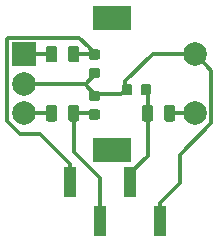
<source format=gbr>
G04 #@! TF.GenerationSoftware,KiCad,Pcbnew,5.1.5+dfsg1-2~bpo10+1*
G04 #@! TF.CreationDate,2020-06-01T13:22:48+02:00*
G04 #@! TF.ProjectId,Rotary-Encoder-Breakout,526f7461-7279-42d4-956e-636f6465722d,rev?*
G04 #@! TF.SameCoordinates,Original*
G04 #@! TF.FileFunction,Copper,L2,Bot*
G04 #@! TF.FilePolarity,Positive*
%FSLAX46Y46*%
G04 Gerber Fmt 4.6, Leading zero omitted, Abs format (unit mm)*
G04 Created by KiCad (PCBNEW 5.1.5+dfsg1-2~bpo10+1) date 2020-06-01 13:22:48*
%MOMM*%
%LPD*%
G04 APERTURE LIST*
%ADD10C,0.100000*%
%ADD11R,2.000000X2.000000*%
%ADD12C,2.000000*%
%ADD13R,3.200000X2.000000*%
%ADD14R,1.000000X2.510000*%
%ADD15C,0.300000*%
G04 APERTURE END LIST*
G04 #@! TA.AperFunction,SMDPad,CuDef*
D10*
G36*
X137277691Y-109588553D02*
G01*
X137298926Y-109591703D01*
X137319750Y-109596919D01*
X137339962Y-109604151D01*
X137359368Y-109613330D01*
X137377781Y-109624366D01*
X137395024Y-109637154D01*
X137410930Y-109651570D01*
X137425346Y-109667476D01*
X137438134Y-109684719D01*
X137449170Y-109703132D01*
X137458349Y-109722538D01*
X137465581Y-109742750D01*
X137470797Y-109763574D01*
X137473947Y-109784809D01*
X137475000Y-109806250D01*
X137475000Y-110243750D01*
X137473947Y-110265191D01*
X137470797Y-110286426D01*
X137465581Y-110307250D01*
X137458349Y-110327462D01*
X137449170Y-110346868D01*
X137438134Y-110365281D01*
X137425346Y-110382524D01*
X137410930Y-110398430D01*
X137395024Y-110412846D01*
X137377781Y-110425634D01*
X137359368Y-110436670D01*
X137339962Y-110445849D01*
X137319750Y-110453081D01*
X137298926Y-110458297D01*
X137277691Y-110461447D01*
X137256250Y-110462500D01*
X136743750Y-110462500D01*
X136722309Y-110461447D01*
X136701074Y-110458297D01*
X136680250Y-110453081D01*
X136660038Y-110445849D01*
X136640632Y-110436670D01*
X136622219Y-110425634D01*
X136604976Y-110412846D01*
X136589070Y-110398430D01*
X136574654Y-110382524D01*
X136561866Y-110365281D01*
X136550830Y-110346868D01*
X136541651Y-110327462D01*
X136534419Y-110307250D01*
X136529203Y-110286426D01*
X136526053Y-110265191D01*
X136525000Y-110243750D01*
X136525000Y-109806250D01*
X136526053Y-109784809D01*
X136529203Y-109763574D01*
X136534419Y-109742750D01*
X136541651Y-109722538D01*
X136550830Y-109703132D01*
X136561866Y-109684719D01*
X136574654Y-109667476D01*
X136589070Y-109651570D01*
X136604976Y-109637154D01*
X136622219Y-109624366D01*
X136640632Y-109613330D01*
X136660038Y-109604151D01*
X136680250Y-109596919D01*
X136701074Y-109591703D01*
X136722309Y-109588553D01*
X136743750Y-109587500D01*
X137256250Y-109587500D01*
X137277691Y-109588553D01*
G37*
G04 #@! TD.AperFunction*
G04 #@! TA.AperFunction,SMDPad,CuDef*
G36*
X137277691Y-111163553D02*
G01*
X137298926Y-111166703D01*
X137319750Y-111171919D01*
X137339962Y-111179151D01*
X137359368Y-111188330D01*
X137377781Y-111199366D01*
X137395024Y-111212154D01*
X137410930Y-111226570D01*
X137425346Y-111242476D01*
X137438134Y-111259719D01*
X137449170Y-111278132D01*
X137458349Y-111297538D01*
X137465581Y-111317750D01*
X137470797Y-111338574D01*
X137473947Y-111359809D01*
X137475000Y-111381250D01*
X137475000Y-111818750D01*
X137473947Y-111840191D01*
X137470797Y-111861426D01*
X137465581Y-111882250D01*
X137458349Y-111902462D01*
X137449170Y-111921868D01*
X137438134Y-111940281D01*
X137425346Y-111957524D01*
X137410930Y-111973430D01*
X137395024Y-111987846D01*
X137377781Y-112000634D01*
X137359368Y-112011670D01*
X137339962Y-112020849D01*
X137319750Y-112028081D01*
X137298926Y-112033297D01*
X137277691Y-112036447D01*
X137256250Y-112037500D01*
X136743750Y-112037500D01*
X136722309Y-112036447D01*
X136701074Y-112033297D01*
X136680250Y-112028081D01*
X136660038Y-112020849D01*
X136640632Y-112011670D01*
X136622219Y-112000634D01*
X136604976Y-111987846D01*
X136589070Y-111973430D01*
X136574654Y-111957524D01*
X136561866Y-111940281D01*
X136550830Y-111921868D01*
X136541651Y-111902462D01*
X136534419Y-111882250D01*
X136529203Y-111861426D01*
X136526053Y-111840191D01*
X136525000Y-111818750D01*
X136525000Y-111381250D01*
X136526053Y-111359809D01*
X136529203Y-111338574D01*
X136534419Y-111317750D01*
X136541651Y-111297538D01*
X136550830Y-111278132D01*
X136561866Y-111259719D01*
X136574654Y-111242476D01*
X136589070Y-111226570D01*
X136604976Y-111212154D01*
X136622219Y-111199366D01*
X136640632Y-111188330D01*
X136660038Y-111179151D01*
X136680250Y-111171919D01*
X136701074Y-111166703D01*
X136722309Y-111163553D01*
X136743750Y-111162500D01*
X137256250Y-111162500D01*
X137277691Y-111163553D01*
G37*
G04 #@! TD.AperFunction*
G04 #@! TA.AperFunction,SMDPad,CuDef*
G36*
X137277691Y-107663553D02*
G01*
X137298926Y-107666703D01*
X137319750Y-107671919D01*
X137339962Y-107679151D01*
X137359368Y-107688330D01*
X137377781Y-107699366D01*
X137395024Y-107712154D01*
X137410930Y-107726570D01*
X137425346Y-107742476D01*
X137438134Y-107759719D01*
X137449170Y-107778132D01*
X137458349Y-107797538D01*
X137465581Y-107817750D01*
X137470797Y-107838574D01*
X137473947Y-107859809D01*
X137475000Y-107881250D01*
X137475000Y-108318750D01*
X137473947Y-108340191D01*
X137470797Y-108361426D01*
X137465581Y-108382250D01*
X137458349Y-108402462D01*
X137449170Y-108421868D01*
X137438134Y-108440281D01*
X137425346Y-108457524D01*
X137410930Y-108473430D01*
X137395024Y-108487846D01*
X137377781Y-108500634D01*
X137359368Y-108511670D01*
X137339962Y-108520849D01*
X137319750Y-108528081D01*
X137298926Y-108533297D01*
X137277691Y-108536447D01*
X137256250Y-108537500D01*
X136743750Y-108537500D01*
X136722309Y-108536447D01*
X136701074Y-108533297D01*
X136680250Y-108528081D01*
X136660038Y-108520849D01*
X136640632Y-108511670D01*
X136622219Y-108500634D01*
X136604976Y-108487846D01*
X136589070Y-108473430D01*
X136574654Y-108457524D01*
X136561866Y-108440281D01*
X136550830Y-108421868D01*
X136541651Y-108402462D01*
X136534419Y-108382250D01*
X136529203Y-108361426D01*
X136526053Y-108340191D01*
X136525000Y-108318750D01*
X136525000Y-107881250D01*
X136526053Y-107859809D01*
X136529203Y-107838574D01*
X136534419Y-107817750D01*
X136541651Y-107797538D01*
X136550830Y-107778132D01*
X136561866Y-107759719D01*
X136574654Y-107742476D01*
X136589070Y-107726570D01*
X136604976Y-107712154D01*
X136622219Y-107699366D01*
X136640632Y-107688330D01*
X136660038Y-107679151D01*
X136680250Y-107671919D01*
X136701074Y-107666703D01*
X136722309Y-107663553D01*
X136743750Y-107662500D01*
X137256250Y-107662500D01*
X137277691Y-107663553D01*
G37*
G04 #@! TD.AperFunction*
G04 #@! TA.AperFunction,SMDPad,CuDef*
G36*
X137277691Y-106088553D02*
G01*
X137298926Y-106091703D01*
X137319750Y-106096919D01*
X137339962Y-106104151D01*
X137359368Y-106113330D01*
X137377781Y-106124366D01*
X137395024Y-106137154D01*
X137410930Y-106151570D01*
X137425346Y-106167476D01*
X137438134Y-106184719D01*
X137449170Y-106203132D01*
X137458349Y-106222538D01*
X137465581Y-106242750D01*
X137470797Y-106263574D01*
X137473947Y-106284809D01*
X137475000Y-106306250D01*
X137475000Y-106743750D01*
X137473947Y-106765191D01*
X137470797Y-106786426D01*
X137465581Y-106807250D01*
X137458349Y-106827462D01*
X137449170Y-106846868D01*
X137438134Y-106865281D01*
X137425346Y-106882524D01*
X137410930Y-106898430D01*
X137395024Y-106912846D01*
X137377781Y-106925634D01*
X137359368Y-106936670D01*
X137339962Y-106945849D01*
X137319750Y-106953081D01*
X137298926Y-106958297D01*
X137277691Y-106961447D01*
X137256250Y-106962500D01*
X136743750Y-106962500D01*
X136722309Y-106961447D01*
X136701074Y-106958297D01*
X136680250Y-106953081D01*
X136660038Y-106945849D01*
X136640632Y-106936670D01*
X136622219Y-106925634D01*
X136604976Y-106912846D01*
X136589070Y-106898430D01*
X136574654Y-106882524D01*
X136561866Y-106865281D01*
X136550830Y-106846868D01*
X136541651Y-106827462D01*
X136534419Y-106807250D01*
X136529203Y-106786426D01*
X136526053Y-106765191D01*
X136525000Y-106743750D01*
X136525000Y-106306250D01*
X136526053Y-106284809D01*
X136529203Y-106263574D01*
X136534419Y-106242750D01*
X136541651Y-106222538D01*
X136550830Y-106203132D01*
X136561866Y-106184719D01*
X136574654Y-106167476D01*
X136589070Y-106151570D01*
X136604976Y-106137154D01*
X136622219Y-106124366D01*
X136640632Y-106113330D01*
X136660038Y-106104151D01*
X136680250Y-106096919D01*
X136701074Y-106091703D01*
X136722309Y-106088553D01*
X136743750Y-106087500D01*
X137256250Y-106087500D01*
X137277691Y-106088553D01*
G37*
G04 #@! TD.AperFunction*
G04 #@! TA.AperFunction,SMDPad,CuDef*
G36*
X140015191Y-109026053D02*
G01*
X140036426Y-109029203D01*
X140057250Y-109034419D01*
X140077462Y-109041651D01*
X140096868Y-109050830D01*
X140115281Y-109061866D01*
X140132524Y-109074654D01*
X140148430Y-109089070D01*
X140162846Y-109104976D01*
X140175634Y-109122219D01*
X140186670Y-109140632D01*
X140195849Y-109160038D01*
X140203081Y-109180250D01*
X140208297Y-109201074D01*
X140211447Y-109222309D01*
X140212500Y-109243750D01*
X140212500Y-109756250D01*
X140211447Y-109777691D01*
X140208297Y-109798926D01*
X140203081Y-109819750D01*
X140195849Y-109839962D01*
X140186670Y-109859368D01*
X140175634Y-109877781D01*
X140162846Y-109895024D01*
X140148430Y-109910930D01*
X140132524Y-109925346D01*
X140115281Y-109938134D01*
X140096868Y-109949170D01*
X140077462Y-109958349D01*
X140057250Y-109965581D01*
X140036426Y-109970797D01*
X140015191Y-109973947D01*
X139993750Y-109975000D01*
X139556250Y-109975000D01*
X139534809Y-109973947D01*
X139513574Y-109970797D01*
X139492750Y-109965581D01*
X139472538Y-109958349D01*
X139453132Y-109949170D01*
X139434719Y-109938134D01*
X139417476Y-109925346D01*
X139401570Y-109910930D01*
X139387154Y-109895024D01*
X139374366Y-109877781D01*
X139363330Y-109859368D01*
X139354151Y-109839962D01*
X139346919Y-109819750D01*
X139341703Y-109798926D01*
X139338553Y-109777691D01*
X139337500Y-109756250D01*
X139337500Y-109243750D01*
X139338553Y-109222309D01*
X139341703Y-109201074D01*
X139346919Y-109180250D01*
X139354151Y-109160038D01*
X139363330Y-109140632D01*
X139374366Y-109122219D01*
X139387154Y-109104976D01*
X139401570Y-109089070D01*
X139417476Y-109074654D01*
X139434719Y-109061866D01*
X139453132Y-109050830D01*
X139472538Y-109041651D01*
X139492750Y-109034419D01*
X139513574Y-109029203D01*
X139534809Y-109026053D01*
X139556250Y-109025000D01*
X139993750Y-109025000D01*
X140015191Y-109026053D01*
G37*
G04 #@! TD.AperFunction*
G04 #@! TA.AperFunction,SMDPad,CuDef*
G36*
X141590191Y-109026053D02*
G01*
X141611426Y-109029203D01*
X141632250Y-109034419D01*
X141652462Y-109041651D01*
X141671868Y-109050830D01*
X141690281Y-109061866D01*
X141707524Y-109074654D01*
X141723430Y-109089070D01*
X141737846Y-109104976D01*
X141750634Y-109122219D01*
X141761670Y-109140632D01*
X141770849Y-109160038D01*
X141778081Y-109180250D01*
X141783297Y-109201074D01*
X141786447Y-109222309D01*
X141787500Y-109243750D01*
X141787500Y-109756250D01*
X141786447Y-109777691D01*
X141783297Y-109798926D01*
X141778081Y-109819750D01*
X141770849Y-109839962D01*
X141761670Y-109859368D01*
X141750634Y-109877781D01*
X141737846Y-109895024D01*
X141723430Y-109910930D01*
X141707524Y-109925346D01*
X141690281Y-109938134D01*
X141671868Y-109949170D01*
X141652462Y-109958349D01*
X141632250Y-109965581D01*
X141611426Y-109970797D01*
X141590191Y-109973947D01*
X141568750Y-109975000D01*
X141131250Y-109975000D01*
X141109809Y-109973947D01*
X141088574Y-109970797D01*
X141067750Y-109965581D01*
X141047538Y-109958349D01*
X141028132Y-109949170D01*
X141009719Y-109938134D01*
X140992476Y-109925346D01*
X140976570Y-109910930D01*
X140962154Y-109895024D01*
X140949366Y-109877781D01*
X140938330Y-109859368D01*
X140929151Y-109839962D01*
X140921919Y-109819750D01*
X140916703Y-109798926D01*
X140913553Y-109777691D01*
X140912500Y-109756250D01*
X140912500Y-109243750D01*
X140913553Y-109222309D01*
X140916703Y-109201074D01*
X140921919Y-109180250D01*
X140929151Y-109160038D01*
X140938330Y-109140632D01*
X140949366Y-109122219D01*
X140962154Y-109104976D01*
X140976570Y-109089070D01*
X140992476Y-109074654D01*
X141009719Y-109061866D01*
X141028132Y-109050830D01*
X141047538Y-109041651D01*
X141067750Y-109034419D01*
X141088574Y-109029203D01*
X141109809Y-109026053D01*
X141131250Y-109025000D01*
X141568750Y-109025000D01*
X141590191Y-109026053D01*
G37*
G04 #@! TD.AperFunction*
G04 #@! TA.AperFunction,SMDPad,CuDef*
G36*
X135517642Y-110801174D02*
G01*
X135541303Y-110804684D01*
X135564507Y-110810496D01*
X135587029Y-110818554D01*
X135608653Y-110828782D01*
X135629170Y-110841079D01*
X135648383Y-110855329D01*
X135666107Y-110871393D01*
X135682171Y-110889117D01*
X135696421Y-110908330D01*
X135708718Y-110928847D01*
X135718946Y-110950471D01*
X135727004Y-110972993D01*
X135732816Y-110996197D01*
X135736326Y-111019858D01*
X135737500Y-111043750D01*
X135737500Y-111956250D01*
X135736326Y-111980142D01*
X135732816Y-112003803D01*
X135727004Y-112027007D01*
X135718946Y-112049529D01*
X135708718Y-112071153D01*
X135696421Y-112091670D01*
X135682171Y-112110883D01*
X135666107Y-112128607D01*
X135648383Y-112144671D01*
X135629170Y-112158921D01*
X135608653Y-112171218D01*
X135587029Y-112181446D01*
X135564507Y-112189504D01*
X135541303Y-112195316D01*
X135517642Y-112198826D01*
X135493750Y-112200000D01*
X135006250Y-112200000D01*
X134982358Y-112198826D01*
X134958697Y-112195316D01*
X134935493Y-112189504D01*
X134912971Y-112181446D01*
X134891347Y-112171218D01*
X134870830Y-112158921D01*
X134851617Y-112144671D01*
X134833893Y-112128607D01*
X134817829Y-112110883D01*
X134803579Y-112091670D01*
X134791282Y-112071153D01*
X134781054Y-112049529D01*
X134772996Y-112027007D01*
X134767184Y-112003803D01*
X134763674Y-111980142D01*
X134762500Y-111956250D01*
X134762500Y-111043750D01*
X134763674Y-111019858D01*
X134767184Y-110996197D01*
X134772996Y-110972993D01*
X134781054Y-110950471D01*
X134791282Y-110928847D01*
X134803579Y-110908330D01*
X134817829Y-110889117D01*
X134833893Y-110871393D01*
X134851617Y-110855329D01*
X134870830Y-110841079D01*
X134891347Y-110828782D01*
X134912971Y-110818554D01*
X134935493Y-110810496D01*
X134958697Y-110804684D01*
X134982358Y-110801174D01*
X135006250Y-110800000D01*
X135493750Y-110800000D01*
X135517642Y-110801174D01*
G37*
G04 #@! TD.AperFunction*
G04 #@! TA.AperFunction,SMDPad,CuDef*
G36*
X133642642Y-110801174D02*
G01*
X133666303Y-110804684D01*
X133689507Y-110810496D01*
X133712029Y-110818554D01*
X133733653Y-110828782D01*
X133754170Y-110841079D01*
X133773383Y-110855329D01*
X133791107Y-110871393D01*
X133807171Y-110889117D01*
X133821421Y-110908330D01*
X133833718Y-110928847D01*
X133843946Y-110950471D01*
X133852004Y-110972993D01*
X133857816Y-110996197D01*
X133861326Y-111019858D01*
X133862500Y-111043750D01*
X133862500Y-111956250D01*
X133861326Y-111980142D01*
X133857816Y-112003803D01*
X133852004Y-112027007D01*
X133843946Y-112049529D01*
X133833718Y-112071153D01*
X133821421Y-112091670D01*
X133807171Y-112110883D01*
X133791107Y-112128607D01*
X133773383Y-112144671D01*
X133754170Y-112158921D01*
X133733653Y-112171218D01*
X133712029Y-112181446D01*
X133689507Y-112189504D01*
X133666303Y-112195316D01*
X133642642Y-112198826D01*
X133618750Y-112200000D01*
X133131250Y-112200000D01*
X133107358Y-112198826D01*
X133083697Y-112195316D01*
X133060493Y-112189504D01*
X133037971Y-112181446D01*
X133016347Y-112171218D01*
X132995830Y-112158921D01*
X132976617Y-112144671D01*
X132958893Y-112128607D01*
X132942829Y-112110883D01*
X132928579Y-112091670D01*
X132916282Y-112071153D01*
X132906054Y-112049529D01*
X132897996Y-112027007D01*
X132892184Y-112003803D01*
X132888674Y-111980142D01*
X132887500Y-111956250D01*
X132887500Y-111043750D01*
X132888674Y-111019858D01*
X132892184Y-110996197D01*
X132897996Y-110972993D01*
X132906054Y-110950471D01*
X132916282Y-110928847D01*
X132928579Y-110908330D01*
X132942829Y-110889117D01*
X132958893Y-110871393D01*
X132976617Y-110855329D01*
X132995830Y-110841079D01*
X133016347Y-110828782D01*
X133037971Y-110818554D01*
X133060493Y-110810496D01*
X133083697Y-110804684D01*
X133107358Y-110801174D01*
X133131250Y-110800000D01*
X133618750Y-110800000D01*
X133642642Y-110801174D01*
G37*
G04 #@! TD.AperFunction*
G04 #@! TA.AperFunction,SMDPad,CuDef*
G36*
X135517642Y-105801174D02*
G01*
X135541303Y-105804684D01*
X135564507Y-105810496D01*
X135587029Y-105818554D01*
X135608653Y-105828782D01*
X135629170Y-105841079D01*
X135648383Y-105855329D01*
X135666107Y-105871393D01*
X135682171Y-105889117D01*
X135696421Y-105908330D01*
X135708718Y-105928847D01*
X135718946Y-105950471D01*
X135727004Y-105972993D01*
X135732816Y-105996197D01*
X135736326Y-106019858D01*
X135737500Y-106043750D01*
X135737500Y-106956250D01*
X135736326Y-106980142D01*
X135732816Y-107003803D01*
X135727004Y-107027007D01*
X135718946Y-107049529D01*
X135708718Y-107071153D01*
X135696421Y-107091670D01*
X135682171Y-107110883D01*
X135666107Y-107128607D01*
X135648383Y-107144671D01*
X135629170Y-107158921D01*
X135608653Y-107171218D01*
X135587029Y-107181446D01*
X135564507Y-107189504D01*
X135541303Y-107195316D01*
X135517642Y-107198826D01*
X135493750Y-107200000D01*
X135006250Y-107200000D01*
X134982358Y-107198826D01*
X134958697Y-107195316D01*
X134935493Y-107189504D01*
X134912971Y-107181446D01*
X134891347Y-107171218D01*
X134870830Y-107158921D01*
X134851617Y-107144671D01*
X134833893Y-107128607D01*
X134817829Y-107110883D01*
X134803579Y-107091670D01*
X134791282Y-107071153D01*
X134781054Y-107049529D01*
X134772996Y-107027007D01*
X134767184Y-107003803D01*
X134763674Y-106980142D01*
X134762500Y-106956250D01*
X134762500Y-106043750D01*
X134763674Y-106019858D01*
X134767184Y-105996197D01*
X134772996Y-105972993D01*
X134781054Y-105950471D01*
X134791282Y-105928847D01*
X134803579Y-105908330D01*
X134817829Y-105889117D01*
X134833893Y-105871393D01*
X134851617Y-105855329D01*
X134870830Y-105841079D01*
X134891347Y-105828782D01*
X134912971Y-105818554D01*
X134935493Y-105810496D01*
X134958697Y-105804684D01*
X134982358Y-105801174D01*
X135006250Y-105800000D01*
X135493750Y-105800000D01*
X135517642Y-105801174D01*
G37*
G04 #@! TD.AperFunction*
G04 #@! TA.AperFunction,SMDPad,CuDef*
G36*
X133642642Y-105801174D02*
G01*
X133666303Y-105804684D01*
X133689507Y-105810496D01*
X133712029Y-105818554D01*
X133733653Y-105828782D01*
X133754170Y-105841079D01*
X133773383Y-105855329D01*
X133791107Y-105871393D01*
X133807171Y-105889117D01*
X133821421Y-105908330D01*
X133833718Y-105928847D01*
X133843946Y-105950471D01*
X133852004Y-105972993D01*
X133857816Y-105996197D01*
X133861326Y-106019858D01*
X133862500Y-106043750D01*
X133862500Y-106956250D01*
X133861326Y-106980142D01*
X133857816Y-107003803D01*
X133852004Y-107027007D01*
X133843946Y-107049529D01*
X133833718Y-107071153D01*
X133821421Y-107091670D01*
X133807171Y-107110883D01*
X133791107Y-107128607D01*
X133773383Y-107144671D01*
X133754170Y-107158921D01*
X133733653Y-107171218D01*
X133712029Y-107181446D01*
X133689507Y-107189504D01*
X133666303Y-107195316D01*
X133642642Y-107198826D01*
X133618750Y-107200000D01*
X133131250Y-107200000D01*
X133107358Y-107198826D01*
X133083697Y-107195316D01*
X133060493Y-107189504D01*
X133037971Y-107181446D01*
X133016347Y-107171218D01*
X132995830Y-107158921D01*
X132976617Y-107144671D01*
X132958893Y-107128607D01*
X132942829Y-107110883D01*
X132928579Y-107091670D01*
X132916282Y-107071153D01*
X132906054Y-107049529D01*
X132897996Y-107027007D01*
X132892184Y-107003803D01*
X132888674Y-106980142D01*
X132887500Y-106956250D01*
X132887500Y-106043750D01*
X132888674Y-106019858D01*
X132892184Y-105996197D01*
X132897996Y-105972993D01*
X132906054Y-105950471D01*
X132916282Y-105928847D01*
X132928579Y-105908330D01*
X132942829Y-105889117D01*
X132958893Y-105871393D01*
X132976617Y-105855329D01*
X132995830Y-105841079D01*
X133016347Y-105828782D01*
X133037971Y-105818554D01*
X133060493Y-105810496D01*
X133083697Y-105804684D01*
X133107358Y-105801174D01*
X133131250Y-105800000D01*
X133618750Y-105800000D01*
X133642642Y-105801174D01*
G37*
G04 #@! TD.AperFunction*
D11*
X131000000Y-106500000D03*
D12*
X131000000Y-109000000D03*
X131000000Y-111500000D03*
D13*
X138500000Y-103400000D03*
X138500000Y-114600000D03*
D12*
X145500000Y-106500000D03*
X145500000Y-111500000D03*
G04 #@! TA.AperFunction,SMDPad,CuDef*
D10*
G36*
X143642642Y-110801174D02*
G01*
X143666303Y-110804684D01*
X143689507Y-110810496D01*
X143712029Y-110818554D01*
X143733653Y-110828782D01*
X143754170Y-110841079D01*
X143773383Y-110855329D01*
X143791107Y-110871393D01*
X143807171Y-110889117D01*
X143821421Y-110908330D01*
X143833718Y-110928847D01*
X143843946Y-110950471D01*
X143852004Y-110972993D01*
X143857816Y-110996197D01*
X143861326Y-111019858D01*
X143862500Y-111043750D01*
X143862500Y-111956250D01*
X143861326Y-111980142D01*
X143857816Y-112003803D01*
X143852004Y-112027007D01*
X143843946Y-112049529D01*
X143833718Y-112071153D01*
X143821421Y-112091670D01*
X143807171Y-112110883D01*
X143791107Y-112128607D01*
X143773383Y-112144671D01*
X143754170Y-112158921D01*
X143733653Y-112171218D01*
X143712029Y-112181446D01*
X143689507Y-112189504D01*
X143666303Y-112195316D01*
X143642642Y-112198826D01*
X143618750Y-112200000D01*
X143131250Y-112200000D01*
X143107358Y-112198826D01*
X143083697Y-112195316D01*
X143060493Y-112189504D01*
X143037971Y-112181446D01*
X143016347Y-112171218D01*
X142995830Y-112158921D01*
X142976617Y-112144671D01*
X142958893Y-112128607D01*
X142942829Y-112110883D01*
X142928579Y-112091670D01*
X142916282Y-112071153D01*
X142906054Y-112049529D01*
X142897996Y-112027007D01*
X142892184Y-112003803D01*
X142888674Y-111980142D01*
X142887500Y-111956250D01*
X142887500Y-111043750D01*
X142888674Y-111019858D01*
X142892184Y-110996197D01*
X142897996Y-110972993D01*
X142906054Y-110950471D01*
X142916282Y-110928847D01*
X142928579Y-110908330D01*
X142942829Y-110889117D01*
X142958893Y-110871393D01*
X142976617Y-110855329D01*
X142995830Y-110841079D01*
X143016347Y-110828782D01*
X143037971Y-110818554D01*
X143060493Y-110810496D01*
X143083697Y-110804684D01*
X143107358Y-110801174D01*
X143131250Y-110800000D01*
X143618750Y-110800000D01*
X143642642Y-110801174D01*
G37*
G04 #@! TD.AperFunction*
G04 #@! TA.AperFunction,SMDPad,CuDef*
G36*
X141767642Y-110801174D02*
G01*
X141791303Y-110804684D01*
X141814507Y-110810496D01*
X141837029Y-110818554D01*
X141858653Y-110828782D01*
X141879170Y-110841079D01*
X141898383Y-110855329D01*
X141916107Y-110871393D01*
X141932171Y-110889117D01*
X141946421Y-110908330D01*
X141958718Y-110928847D01*
X141968946Y-110950471D01*
X141977004Y-110972993D01*
X141982816Y-110996197D01*
X141986326Y-111019858D01*
X141987500Y-111043750D01*
X141987500Y-111956250D01*
X141986326Y-111980142D01*
X141982816Y-112003803D01*
X141977004Y-112027007D01*
X141968946Y-112049529D01*
X141958718Y-112071153D01*
X141946421Y-112091670D01*
X141932171Y-112110883D01*
X141916107Y-112128607D01*
X141898383Y-112144671D01*
X141879170Y-112158921D01*
X141858653Y-112171218D01*
X141837029Y-112181446D01*
X141814507Y-112189504D01*
X141791303Y-112195316D01*
X141767642Y-112198826D01*
X141743750Y-112200000D01*
X141256250Y-112200000D01*
X141232358Y-112198826D01*
X141208697Y-112195316D01*
X141185493Y-112189504D01*
X141162971Y-112181446D01*
X141141347Y-112171218D01*
X141120830Y-112158921D01*
X141101617Y-112144671D01*
X141083893Y-112128607D01*
X141067829Y-112110883D01*
X141053579Y-112091670D01*
X141041282Y-112071153D01*
X141031054Y-112049529D01*
X141022996Y-112027007D01*
X141017184Y-112003803D01*
X141013674Y-111980142D01*
X141012500Y-111956250D01*
X141012500Y-111043750D01*
X141013674Y-111019858D01*
X141017184Y-110996197D01*
X141022996Y-110972993D01*
X141031054Y-110950471D01*
X141041282Y-110928847D01*
X141053579Y-110908330D01*
X141067829Y-110889117D01*
X141083893Y-110871393D01*
X141101617Y-110855329D01*
X141120830Y-110841079D01*
X141141347Y-110828782D01*
X141162971Y-110818554D01*
X141185493Y-110810496D01*
X141208697Y-110804684D01*
X141232358Y-110801174D01*
X141256250Y-110800000D01*
X141743750Y-110800000D01*
X141767642Y-110801174D01*
G37*
G04 #@! TD.AperFunction*
D14*
X142560000Y-120655000D03*
X137480000Y-120655000D03*
X140020000Y-117345000D03*
X134940000Y-117345000D03*
D15*
X136250000Y-109000000D02*
X137000000Y-108250000D01*
X131000000Y-109000000D02*
X136250000Y-109000000D01*
X136250000Y-109125000D02*
X137000000Y-109875000D01*
X136250000Y-109000000D02*
X136250000Y-109125000D01*
X139250000Y-109875000D02*
X139625000Y-109500000D01*
X137000000Y-109875000D02*
X139250000Y-109875000D01*
X144085787Y-106500000D02*
X145500000Y-106500000D01*
X141925000Y-106500000D02*
X144085787Y-106500000D01*
X139625000Y-108800000D02*
X141925000Y-106500000D01*
X139625000Y-109500000D02*
X139625000Y-108800000D01*
X142560000Y-120655000D02*
X142560000Y-119100000D01*
X142560000Y-119100000D02*
X144250000Y-117410000D01*
X144250000Y-117410000D02*
X144250000Y-115000000D01*
X146499999Y-107499999D02*
X145500000Y-106500000D01*
X144250000Y-115000000D02*
X146900001Y-112349999D01*
X146900001Y-112349999D02*
X146900001Y-107900001D01*
X146900001Y-107900001D02*
X146499999Y-107499999D01*
X141500000Y-109500000D02*
X141500000Y-111500000D01*
X141500000Y-112200000D02*
X141500000Y-111500000D01*
X141500000Y-115110000D02*
X141500000Y-112200000D01*
X140020000Y-116590000D02*
X141500000Y-115110000D01*
X140020000Y-117345000D02*
X140020000Y-116590000D01*
X136750000Y-111500000D02*
X137000000Y-111750000D01*
X135250000Y-111500000D02*
X136750000Y-111500000D01*
X137480000Y-120655000D02*
X137480000Y-116980000D01*
X135250000Y-114750000D02*
X135250000Y-111500000D01*
X137480000Y-116980000D02*
X135250000Y-114750000D01*
X136875000Y-106500000D02*
X137000000Y-106375000D01*
X135250000Y-106500000D02*
X136875000Y-106500000D01*
X134940000Y-115790000D02*
X132400000Y-113250000D01*
X134940000Y-117345000D02*
X134940000Y-115790000D01*
X136514473Y-105889473D02*
X137000000Y-106375000D01*
X135724999Y-105099999D02*
X136514473Y-105889473D01*
X129679999Y-105099999D02*
X135724999Y-105099999D01*
X129599999Y-105179999D02*
X129679999Y-105099999D01*
X129599999Y-112172001D02*
X129599999Y-105179999D01*
X130677998Y-113250000D02*
X129599999Y-112172001D01*
X132400000Y-113250000D02*
X130677998Y-113250000D01*
X143375000Y-111500000D02*
X145500000Y-111500000D01*
X131000000Y-106500000D02*
X133375000Y-106500000D01*
X131000000Y-111500000D02*
X133375000Y-111500000D01*
M02*

</source>
